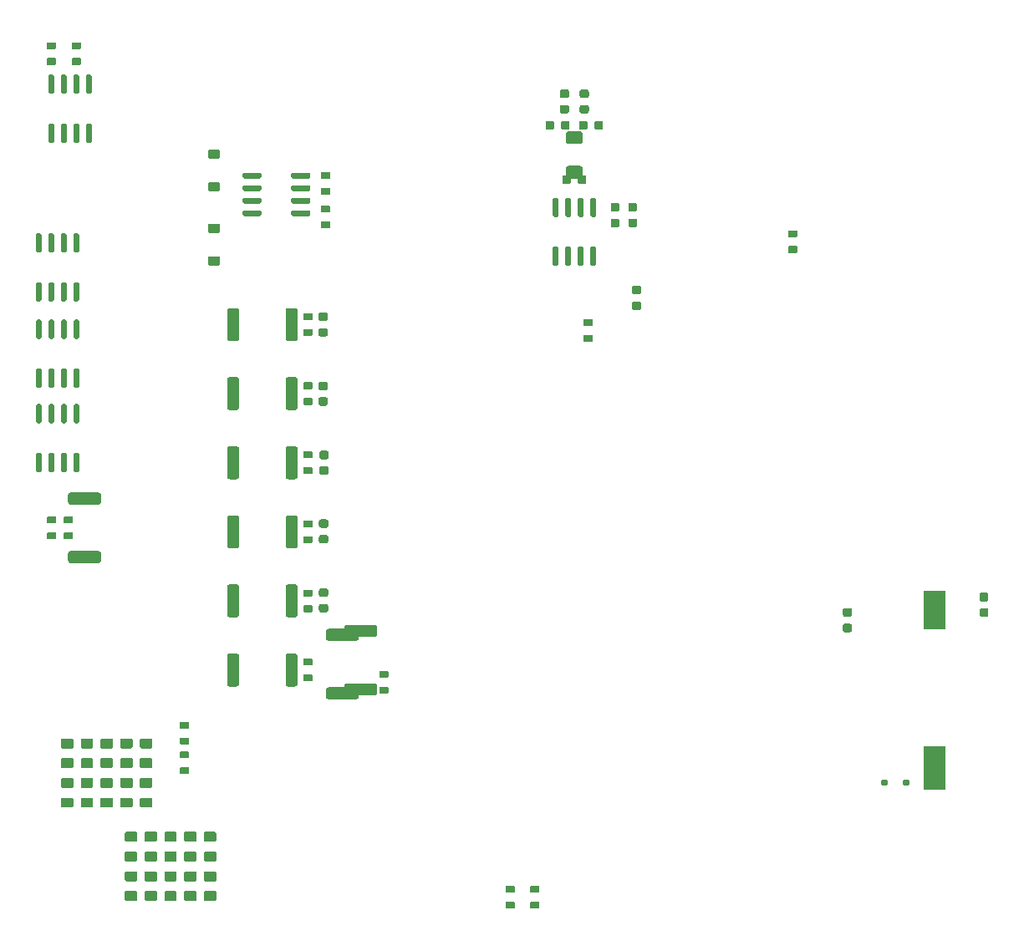
<source format=gbp>
G04 #@! TF.GenerationSoftware,KiCad,Pcbnew,8.0.9-8.0.9-0~ubuntu24.04.1*
G04 #@! TF.CreationDate,2025-12-27T20:23:21+00:00*
G04 #@! TF.ProjectId,uaefi,75616566-692e-46b6-9963-61645f706362,E*
G04 #@! TF.SameCoordinates,Original*
G04 #@! TF.FileFunction,Paste,Bot*
G04 #@! TF.FilePolarity,Positive*
%FSLAX46Y46*%
G04 Gerber Fmt 4.6, Leading zero omitted, Abs format (unit mm)*
G04 Created by KiCad (PCBNEW 8.0.9-8.0.9-0~ubuntu24.04.1) date 2025-12-27 20:23:21*
%MOMM*%
%LPD*%
G01*
G04 APERTURE LIST*
%ADD10R,2.299995X4.399991*%
%ADD11R,2.299995X3.999992*%
G04 APERTURE END LIST*
G04 #@! TO.C,D8*
G36*
G01*
X54900000Y81982023D02*
X56100000Y81982023D01*
G75*
G02*
X56350000Y81732023I0J-250000D01*
G01*
X56350000Y80932023D01*
G75*
G02*
X56100000Y80682023I-250000J0D01*
G01*
X54900000Y80682023D01*
G75*
G02*
X54650000Y80932023I0J250000D01*
G01*
X54650000Y81732023D01*
G75*
G02*
X54900000Y81982023I250000J0D01*
G01*
G37*
G36*
G01*
X54900000Y78482023D02*
X56100000Y78482023D01*
G75*
G02*
X56350000Y78232023I0J-250000D01*
G01*
X56350000Y77432023D01*
G75*
G02*
X56100000Y77182023I-250000J0D01*
G01*
X54900000Y77182023D01*
G75*
G02*
X54650000Y77432023I0J250000D01*
G01*
X54650000Y78232023D01*
G75*
G02*
X54900000Y78482023I250000J0D01*
G01*
G37*
G04 #@! TD*
G04 #@! TO.C,C10*
G36*
G01*
X12650000Y13460000D02*
X11600000Y13460000D01*
G75*
G02*
X11500000Y13560000I0J100000D01*
G01*
X11500000Y14360000D01*
G75*
G02*
X11600000Y14460000I100000J0D01*
G01*
X12650000Y14460000D01*
G75*
G02*
X12750000Y14360000I0J-100000D01*
G01*
X12750000Y13560000D01*
G75*
G02*
X12650000Y13460000I-100000J0D01*
G01*
G37*
G36*
G01*
X12650000Y15460000D02*
X11600000Y15460000D01*
G75*
G02*
X11500000Y15560000I0J100000D01*
G01*
X11500000Y16360000D01*
G75*
G02*
X11600000Y16460000I100000J0D01*
G01*
X12650000Y16460000D01*
G75*
G02*
X12750000Y16360000I0J-100000D01*
G01*
X12750000Y15560000D01*
G75*
G02*
X12650000Y15460000I-100000J0D01*
G01*
G37*
G04 #@! TD*
G04 #@! TO.C,C27*
G36*
G01*
X61460000Y66315001D02*
X62140000Y66315001D01*
G75*
G02*
X62225000Y66230001I0J-85000D01*
G01*
X62225000Y65550001D01*
G75*
G02*
X62140000Y65465001I-85000J0D01*
G01*
X61460000Y65465001D01*
G75*
G02*
X61375000Y65550001I0J85000D01*
G01*
X61375000Y66230001D01*
G75*
G02*
X61460000Y66315001I85000J0D01*
G01*
G37*
G36*
G01*
X61460000Y64734999D02*
X62140000Y64734999D01*
G75*
G02*
X62225000Y64649999I0J-85000D01*
G01*
X62225000Y63969999D01*
G75*
G02*
X62140000Y63884999I-85000J0D01*
G01*
X61460000Y63884999D01*
G75*
G02*
X61375000Y63969999I0J85000D01*
G01*
X61375000Y64649999D01*
G75*
G02*
X61460000Y64734999I85000J0D01*
G01*
G37*
G04 #@! TD*
G04 #@! TO.C,D4*
G36*
G01*
X19510000Y75900000D02*
X18490000Y75900000D01*
G75*
G02*
X18400000Y75990000I0J90000D01*
G01*
X18400000Y76710000D01*
G75*
G02*
X18490000Y76800000I90000J0D01*
G01*
X19510000Y76800000D01*
G75*
G02*
X19600000Y76710000I0J-90000D01*
G01*
X19600000Y75990000D01*
G75*
G02*
X19510000Y75900000I-90000J0D01*
G01*
G37*
G36*
G01*
X19510000Y79200000D02*
X18490000Y79200000D01*
G75*
G02*
X18400000Y79290000I0J90000D01*
G01*
X18400000Y80010000D01*
G75*
G02*
X18490000Y80100000I90000J0D01*
G01*
X19510000Y80100000D01*
G75*
G02*
X19600000Y80010000I0J-90000D01*
G01*
X19600000Y79290000D01*
G75*
G02*
X19510000Y79200000I-90000J0D01*
G01*
G37*
G04 #@! TD*
D10*
G04 #@! TO.C,BT1*
X92000000Y17500048D03*
D11*
X92000000Y33500067D03*
G04 #@! TD*
G04 #@! TO.C,U10*
G36*
G01*
X1095000Y62900000D02*
X1395000Y62900000D01*
G75*
G02*
X1545000Y62750000I0J-150000D01*
G01*
X1545000Y61100000D01*
G75*
G02*
X1395000Y60950000I-150000J0D01*
G01*
X1095000Y60950000D01*
G75*
G02*
X945000Y61100000I0J150000D01*
G01*
X945000Y62750000D01*
G75*
G02*
X1095000Y62900000I150000J0D01*
G01*
G37*
G36*
G01*
X2365000Y62900000D02*
X2665000Y62900000D01*
G75*
G02*
X2815000Y62750000I0J-150000D01*
G01*
X2815000Y61100000D01*
G75*
G02*
X2665000Y60950000I-150000J0D01*
G01*
X2365000Y60950000D01*
G75*
G02*
X2215000Y61100000I0J150000D01*
G01*
X2215000Y62750000D01*
G75*
G02*
X2365000Y62900000I150000J0D01*
G01*
G37*
G36*
G01*
X3635000Y62900000D02*
X3935000Y62900000D01*
G75*
G02*
X4085000Y62750000I0J-150000D01*
G01*
X4085000Y61100000D01*
G75*
G02*
X3935000Y60950000I-150000J0D01*
G01*
X3635000Y60950000D01*
G75*
G02*
X3485000Y61100000I0J150000D01*
G01*
X3485000Y62750000D01*
G75*
G02*
X3635000Y62900000I150000J0D01*
G01*
G37*
G36*
G01*
X4905000Y62900000D02*
X5205000Y62900000D01*
G75*
G02*
X5355000Y62750000I0J-150000D01*
G01*
X5355000Y61100000D01*
G75*
G02*
X5205000Y60950000I-150000J0D01*
G01*
X4905000Y60950000D01*
G75*
G02*
X4755000Y61100000I0J150000D01*
G01*
X4755000Y62750000D01*
G75*
G02*
X4905000Y62900000I150000J0D01*
G01*
G37*
G36*
G01*
X4905000Y57950000D02*
X5205000Y57950000D01*
G75*
G02*
X5355000Y57800000I0J-150000D01*
G01*
X5355000Y56150000D01*
G75*
G02*
X5205000Y56000000I-150000J0D01*
G01*
X4905000Y56000000D01*
G75*
G02*
X4755000Y56150000I0J150000D01*
G01*
X4755000Y57800000D01*
G75*
G02*
X4905000Y57950000I150000J0D01*
G01*
G37*
G36*
G01*
X3635000Y57950000D02*
X3935000Y57950000D01*
G75*
G02*
X4085000Y57800000I0J-150000D01*
G01*
X4085000Y56150000D01*
G75*
G02*
X3935000Y56000000I-150000J0D01*
G01*
X3635000Y56000000D01*
G75*
G02*
X3485000Y56150000I0J150000D01*
G01*
X3485000Y57800000D01*
G75*
G02*
X3635000Y57950000I150000J0D01*
G01*
G37*
G36*
G01*
X2365000Y57950000D02*
X2665000Y57950000D01*
G75*
G02*
X2815000Y57800000I0J-150000D01*
G01*
X2815000Y56150000D01*
G75*
G02*
X2665000Y56000000I-150000J0D01*
G01*
X2365000Y56000000D01*
G75*
G02*
X2215000Y56150000I0J150000D01*
G01*
X2215000Y57800000D01*
G75*
G02*
X2365000Y57950000I150000J0D01*
G01*
G37*
G36*
G01*
X1095000Y57950000D02*
X1395000Y57950000D01*
G75*
G02*
X1545000Y57800000I0J-150000D01*
G01*
X1545000Y56150000D01*
G75*
G02*
X1395000Y56000000I-150000J0D01*
G01*
X1095000Y56000000D01*
G75*
G02*
X945000Y56150000I0J150000D01*
G01*
X945000Y57800000D01*
G75*
G02*
X1095000Y57950000I150000J0D01*
G01*
G37*
G04 #@! TD*
G04 #@! TO.C,R31*
G36*
G01*
X2940000Y40650000D02*
X2160000Y40650000D01*
G75*
G02*
X2090000Y40720000I0J70000D01*
G01*
X2090000Y41280000D01*
G75*
G02*
X2160000Y41350000I70000J0D01*
G01*
X2940000Y41350000D01*
G75*
G02*
X3010000Y41280000I0J-70000D01*
G01*
X3010000Y40720000D01*
G75*
G02*
X2940000Y40650000I-70000J0D01*
G01*
G37*
G36*
G01*
X2940000Y42250000D02*
X2160000Y42250000D01*
G75*
G02*
X2090000Y42320000I0J70000D01*
G01*
X2090000Y42880000D01*
G75*
G02*
X2160000Y42950000I70000J0D01*
G01*
X2940000Y42950000D01*
G75*
G02*
X3010000Y42880000I0J-70000D01*
G01*
X3010000Y42320000D01*
G75*
G02*
X2940000Y42250000I-70000J0D01*
G01*
G37*
G04 #@! TD*
G04 #@! TO.C,C30*
G36*
G01*
X58405002Y82940000D02*
X58405002Y82260000D01*
G75*
G02*
X58320002Y82175000I-85000J0D01*
G01*
X57640002Y82175000D01*
G75*
G02*
X57555002Y82260000I0J85000D01*
G01*
X57555002Y82940000D01*
G75*
G02*
X57640002Y83025000I85000J0D01*
G01*
X58320002Y83025000D01*
G75*
G02*
X58405002Y82940000I0J-85000D01*
G01*
G37*
G36*
G01*
X56825000Y82940000D02*
X56825000Y82260000D01*
G75*
G02*
X56740000Y82175000I-85000J0D01*
G01*
X56060000Y82175000D01*
G75*
G02*
X55975000Y82260000I0J85000D01*
G01*
X55975000Y82940000D01*
G75*
G02*
X56060000Y83025000I85000J0D01*
G01*
X56740000Y83025000D01*
G75*
G02*
X56825000Y82940000I0J-85000D01*
G01*
G37*
G04 #@! TD*
G04 #@! TO.C,C7*
G36*
G01*
X6650000Y13460000D02*
X5600000Y13460000D01*
G75*
G02*
X5500000Y13560000I0J100000D01*
G01*
X5500000Y14360000D01*
G75*
G02*
X5600000Y14460000I100000J0D01*
G01*
X6650000Y14460000D01*
G75*
G02*
X6750000Y14360000I0J-100000D01*
G01*
X6750000Y13560000D01*
G75*
G02*
X6650000Y13460000I-100000J0D01*
G01*
G37*
G36*
G01*
X6650000Y15460000D02*
X5600000Y15460000D01*
G75*
G02*
X5500000Y15560000I0J100000D01*
G01*
X5500000Y16360000D01*
G75*
G02*
X5600000Y16460000I100000J0D01*
G01*
X6650000Y16460000D01*
G75*
G02*
X6750000Y16360000I0J-100000D01*
G01*
X6750000Y15560000D01*
G75*
G02*
X6650000Y15460000I-100000J0D01*
G01*
G37*
G04 #@! TD*
G04 #@! TO.C,C33*
G36*
G01*
X96660000Y35215001D02*
X97340000Y35215001D01*
G75*
G02*
X97425000Y35130001I0J-85000D01*
G01*
X97425000Y34450001D01*
G75*
G02*
X97340000Y34365001I-85000J0D01*
G01*
X96660000Y34365001D01*
G75*
G02*
X96575000Y34450001I0J85000D01*
G01*
X96575000Y35130001D01*
G75*
G02*
X96660000Y35215001I85000J0D01*
G01*
G37*
G36*
G01*
X96660000Y33634999D02*
X97340000Y33634999D01*
G75*
G02*
X97425000Y33549999I0J-85000D01*
G01*
X97425000Y32869999D01*
G75*
G02*
X97340000Y32784999I-85000J0D01*
G01*
X96660000Y32784999D01*
G75*
G02*
X96575000Y32869999I0J85000D01*
G01*
X96575000Y33549999D01*
G75*
G02*
X96660000Y33634999I85000J0D01*
G01*
G37*
G04 #@! TD*
G04 #@! TO.C,C29*
G36*
G01*
X54284999Y76742023D02*
X54284999Y77422023D01*
G75*
G02*
X54369999Y77507023I85000J0D01*
G01*
X55049999Y77507023D01*
G75*
G02*
X55134999Y77422023I0J-85000D01*
G01*
X55134999Y76742023D01*
G75*
G02*
X55049999Y76657023I-85000J0D01*
G01*
X54369999Y76657023D01*
G75*
G02*
X54284999Y76742023I0J85000D01*
G01*
G37*
G36*
G01*
X55865001Y76742023D02*
X55865001Y77422023D01*
G75*
G02*
X55950001Y77507023I85000J0D01*
G01*
X56630001Y77507023D01*
G75*
G02*
X56715001Y77422023I0J-85000D01*
G01*
X56715001Y76742023D01*
G75*
G02*
X56630001Y76657023I-85000J0D01*
G01*
X55950001Y76657023D01*
G75*
G02*
X55865001Y76742023I0J85000D01*
G01*
G37*
G04 #@! TD*
G04 #@! TO.C,R34*
G36*
G01*
X7325000Y38225000D02*
X4475000Y38225000D01*
G75*
G02*
X4225000Y38475000I0J250000D01*
G01*
X4225000Y39200000D01*
G75*
G02*
X4475000Y39450000I250000J0D01*
G01*
X7325000Y39450000D01*
G75*
G02*
X7575000Y39200000I0J-250000D01*
G01*
X7575000Y38475000D01*
G75*
G02*
X7325000Y38225000I-250000J0D01*
G01*
G37*
G36*
G01*
X7325000Y44150000D02*
X4475000Y44150000D01*
G75*
G02*
X4225000Y44400000I0J250000D01*
G01*
X4225000Y45125000D01*
G75*
G02*
X4475000Y45375000I250000J0D01*
G01*
X7325000Y45375000D01*
G75*
G02*
X7575000Y45125000I0J-250000D01*
G01*
X7575000Y44400000D01*
G75*
G02*
X7325000Y44150000I-250000J0D01*
G01*
G37*
G04 #@! TD*
G04 #@! TO.C,C17*
G36*
G01*
X16075000Y11000000D02*
X17125000Y11000000D01*
G75*
G02*
X17225000Y10900000I0J-100000D01*
G01*
X17225000Y10100000D01*
G75*
G02*
X17125000Y10000000I-100000J0D01*
G01*
X16075000Y10000000D01*
G75*
G02*
X15975000Y10100000I0J100000D01*
G01*
X15975000Y10900000D01*
G75*
G02*
X16075000Y11000000I100000J0D01*
G01*
G37*
G36*
G01*
X16075000Y9000000D02*
X17125000Y9000000D01*
G75*
G02*
X17225000Y8900000I0J-100000D01*
G01*
X17225000Y8100000D01*
G75*
G02*
X17125000Y8000000I-100000J0D01*
G01*
X16075000Y8000000D01*
G75*
G02*
X15975000Y8100000I0J100000D01*
G01*
X15975000Y8900000D01*
G75*
G02*
X16075000Y9000000I100000J0D01*
G01*
G37*
G04 #@! TD*
G04 #@! TO.C,R20*
G36*
G01*
X27475000Y63825000D02*
X27475000Y60975000D01*
G75*
G02*
X27225000Y60725000I-250000J0D01*
G01*
X26500000Y60725000D01*
G75*
G02*
X26250000Y60975000I0J250000D01*
G01*
X26250000Y63825000D01*
G75*
G02*
X26500000Y64075000I250000J0D01*
G01*
X27225000Y64075000D01*
G75*
G02*
X27475000Y63825000I0J-250000D01*
G01*
G37*
G36*
G01*
X21550000Y63825000D02*
X21550000Y60975000D01*
G75*
G02*
X21300000Y60725000I-250000J0D01*
G01*
X20575000Y60725000D01*
G75*
G02*
X20325000Y60975000I0J250000D01*
G01*
X20325000Y63825000D01*
G75*
G02*
X20575000Y64075000I250000J0D01*
G01*
X21300000Y64075000D01*
G75*
G02*
X21550000Y63825000I0J-250000D01*
G01*
G37*
G04 #@! TD*
G04 #@! TO.C,C3*
G36*
G01*
X7600000Y20460000D02*
X8650000Y20460000D01*
G75*
G02*
X8750000Y20360000I0J-100000D01*
G01*
X8750000Y19560000D01*
G75*
G02*
X8650000Y19460000I-100000J0D01*
G01*
X7600000Y19460000D01*
G75*
G02*
X7500000Y19560000I0J100000D01*
G01*
X7500000Y20360000D01*
G75*
G02*
X7600000Y20460000I100000J0D01*
G01*
G37*
G36*
G01*
X7600000Y18460000D02*
X8650000Y18460000D01*
G75*
G02*
X8750000Y18360000I0J-100000D01*
G01*
X8750000Y17560000D01*
G75*
G02*
X8650000Y17460000I-100000J0D01*
G01*
X7600000Y17460000D01*
G75*
G02*
X7500000Y17560000I0J100000D01*
G01*
X7500000Y18360000D01*
G75*
G02*
X7600000Y18460000I100000J0D01*
G01*
G37*
G04 #@! TD*
G04 #@! TO.C,C23*
G36*
G01*
X19125000Y4000000D02*
X18075000Y4000000D01*
G75*
G02*
X17975000Y4100000I0J100000D01*
G01*
X17975000Y4900000D01*
G75*
G02*
X18075000Y5000000I100000J0D01*
G01*
X19125000Y5000000D01*
G75*
G02*
X19225000Y4900000I0J-100000D01*
G01*
X19225000Y4100000D01*
G75*
G02*
X19125000Y4000000I-100000J0D01*
G01*
G37*
G36*
G01*
X19125000Y6000000D02*
X18075000Y6000000D01*
G75*
G02*
X17975000Y6100000I0J100000D01*
G01*
X17975000Y6900000D01*
G75*
G02*
X18075000Y7000000I100000J0D01*
G01*
X19125000Y7000000D01*
G75*
G02*
X19225000Y6900000I0J-100000D01*
G01*
X19225000Y6100000D01*
G75*
G02*
X19125000Y6000000I-100000J0D01*
G01*
G37*
G04 #@! TD*
G04 #@! TO.C,U4*
G36*
G01*
X53445000Y75250000D02*
X53745000Y75250000D01*
G75*
G02*
X53895000Y75100000I0J-150000D01*
G01*
X53895000Y73450000D01*
G75*
G02*
X53745000Y73300000I-150000J0D01*
G01*
X53445000Y73300000D01*
G75*
G02*
X53295000Y73450000I0J150000D01*
G01*
X53295000Y75100000D01*
G75*
G02*
X53445000Y75250000I150000J0D01*
G01*
G37*
G36*
G01*
X54715000Y75250000D02*
X55015000Y75250000D01*
G75*
G02*
X55165000Y75100000I0J-150000D01*
G01*
X55165000Y73450000D01*
G75*
G02*
X55015000Y73300000I-150000J0D01*
G01*
X54715000Y73300000D01*
G75*
G02*
X54565000Y73450000I0J150000D01*
G01*
X54565000Y75100000D01*
G75*
G02*
X54715000Y75250000I150000J0D01*
G01*
G37*
G36*
G01*
X55985000Y75250000D02*
X56285000Y75250000D01*
G75*
G02*
X56435000Y75100000I0J-150000D01*
G01*
X56435000Y73450000D01*
G75*
G02*
X56285000Y73300000I-150000J0D01*
G01*
X55985000Y73300000D01*
G75*
G02*
X55835000Y73450000I0J150000D01*
G01*
X55835000Y75100000D01*
G75*
G02*
X55985000Y75250000I150000J0D01*
G01*
G37*
G36*
G01*
X57255000Y75250000D02*
X57555000Y75250000D01*
G75*
G02*
X57705000Y75100000I0J-150000D01*
G01*
X57705000Y73450000D01*
G75*
G02*
X57555000Y73300000I-150000J0D01*
G01*
X57255000Y73300000D01*
G75*
G02*
X57105000Y73450000I0J150000D01*
G01*
X57105000Y75100000D01*
G75*
G02*
X57255000Y75250000I150000J0D01*
G01*
G37*
G36*
G01*
X57255000Y70300000D02*
X57555000Y70300000D01*
G75*
G02*
X57705000Y70150000I0J-150000D01*
G01*
X57705000Y68500000D01*
G75*
G02*
X57555000Y68350000I-150000J0D01*
G01*
X57255000Y68350000D01*
G75*
G02*
X57105000Y68500000I0J150000D01*
G01*
X57105000Y70150000D01*
G75*
G02*
X57255000Y70300000I150000J0D01*
G01*
G37*
G36*
G01*
X55985000Y70300000D02*
X56285000Y70300000D01*
G75*
G02*
X56435000Y70150000I0J-150000D01*
G01*
X56435000Y68500000D01*
G75*
G02*
X56285000Y68350000I-150000J0D01*
G01*
X55985000Y68350000D01*
G75*
G02*
X55835000Y68500000I0J150000D01*
G01*
X55835000Y70150000D01*
G75*
G02*
X55985000Y70300000I150000J0D01*
G01*
G37*
G36*
G01*
X54715000Y70300000D02*
X55015000Y70300000D01*
G75*
G02*
X55165000Y70150000I0J-150000D01*
G01*
X55165000Y68500000D01*
G75*
G02*
X55015000Y68350000I-150000J0D01*
G01*
X54715000Y68350000D01*
G75*
G02*
X54565000Y68500000I0J150000D01*
G01*
X54565000Y70150000D01*
G75*
G02*
X54715000Y70300000I150000J0D01*
G01*
G37*
G36*
G01*
X53445000Y70300000D02*
X53745000Y70300000D01*
G75*
G02*
X53895000Y70150000I0J-150000D01*
G01*
X53895000Y68500000D01*
G75*
G02*
X53745000Y68350000I-150000J0D01*
G01*
X53445000Y68350000D01*
G75*
G02*
X53295000Y68500000I0J150000D01*
G01*
X53295000Y70150000D01*
G75*
G02*
X53445000Y70300000I150000J0D01*
G01*
G37*
G04 #@! TD*
G04 #@! TO.C,C1*
G36*
G01*
X3600000Y20460000D02*
X4650000Y20460000D01*
G75*
G02*
X4750000Y20360000I0J-100000D01*
G01*
X4750000Y19560000D01*
G75*
G02*
X4650000Y19460000I-100000J0D01*
G01*
X3600000Y19460000D01*
G75*
G02*
X3500000Y19560000I0J100000D01*
G01*
X3500000Y20360000D01*
G75*
G02*
X3600000Y20460000I100000J0D01*
G01*
G37*
G36*
G01*
X3600000Y18460000D02*
X4650000Y18460000D01*
G75*
G02*
X4750000Y18360000I0J-100000D01*
G01*
X4750000Y17560000D01*
G75*
G02*
X4650000Y17460000I-100000J0D01*
G01*
X3600000Y17460000D01*
G75*
G02*
X3500000Y17560000I0J100000D01*
G01*
X3500000Y18360000D01*
G75*
G02*
X3600000Y18460000I100000J0D01*
G01*
G37*
G04 #@! TD*
G04 #@! TO.C,R26*
G36*
G01*
X27475000Y42825000D02*
X27475000Y39975000D01*
G75*
G02*
X27225000Y39725000I-250000J0D01*
G01*
X26500000Y39725000D01*
G75*
G02*
X26250000Y39975000I0J250000D01*
G01*
X26250000Y42825000D01*
G75*
G02*
X26500000Y43075000I250000J0D01*
G01*
X27225000Y43075000D01*
G75*
G02*
X27475000Y42825000I0J-250000D01*
G01*
G37*
G36*
G01*
X21550000Y42825000D02*
X21550000Y39975000D01*
G75*
G02*
X21300000Y39725000I-250000J0D01*
G01*
X20575000Y39725000D01*
G75*
G02*
X20325000Y39975000I0J250000D01*
G01*
X20325000Y42825000D01*
G75*
G02*
X20575000Y43075000I250000J0D01*
G01*
X21300000Y43075000D01*
G75*
G02*
X21550000Y42825000I0J-250000D01*
G01*
G37*
G04 #@! TD*
G04 #@! TO.C,U11*
G36*
G01*
X1095000Y54350000D02*
X1395000Y54350000D01*
G75*
G02*
X1545000Y54200000I0J-150000D01*
G01*
X1545000Y52550000D01*
G75*
G02*
X1395000Y52400000I-150000J0D01*
G01*
X1095000Y52400000D01*
G75*
G02*
X945000Y52550000I0J150000D01*
G01*
X945000Y54200000D01*
G75*
G02*
X1095000Y54350000I150000J0D01*
G01*
G37*
G36*
G01*
X2365000Y54350000D02*
X2665000Y54350000D01*
G75*
G02*
X2815000Y54200000I0J-150000D01*
G01*
X2815000Y52550000D01*
G75*
G02*
X2665000Y52400000I-150000J0D01*
G01*
X2365000Y52400000D01*
G75*
G02*
X2215000Y52550000I0J150000D01*
G01*
X2215000Y54200000D01*
G75*
G02*
X2365000Y54350000I150000J0D01*
G01*
G37*
G36*
G01*
X3635000Y54350000D02*
X3935000Y54350000D01*
G75*
G02*
X4085000Y54200000I0J-150000D01*
G01*
X4085000Y52550000D01*
G75*
G02*
X3935000Y52400000I-150000J0D01*
G01*
X3635000Y52400000D01*
G75*
G02*
X3485000Y52550000I0J150000D01*
G01*
X3485000Y54200000D01*
G75*
G02*
X3635000Y54350000I150000J0D01*
G01*
G37*
G36*
G01*
X4905000Y54350000D02*
X5205000Y54350000D01*
G75*
G02*
X5355000Y54200000I0J-150000D01*
G01*
X5355000Y52550000D01*
G75*
G02*
X5205000Y52400000I-150000J0D01*
G01*
X4905000Y52400000D01*
G75*
G02*
X4755000Y52550000I0J150000D01*
G01*
X4755000Y54200000D01*
G75*
G02*
X4905000Y54350000I150000J0D01*
G01*
G37*
G36*
G01*
X4905000Y49400000D02*
X5205000Y49400000D01*
G75*
G02*
X5355000Y49250000I0J-150000D01*
G01*
X5355000Y47600000D01*
G75*
G02*
X5205000Y47450000I-150000J0D01*
G01*
X4905000Y47450000D01*
G75*
G02*
X4755000Y47600000I0J150000D01*
G01*
X4755000Y49250000D01*
G75*
G02*
X4905000Y49400000I150000J0D01*
G01*
G37*
G36*
G01*
X3635000Y49400000D02*
X3935000Y49400000D01*
G75*
G02*
X4085000Y49250000I0J-150000D01*
G01*
X4085000Y47600000D01*
G75*
G02*
X3935000Y47450000I-150000J0D01*
G01*
X3635000Y47450000D01*
G75*
G02*
X3485000Y47600000I0J150000D01*
G01*
X3485000Y49250000D01*
G75*
G02*
X3635000Y49400000I150000J0D01*
G01*
G37*
G36*
G01*
X2365000Y49400000D02*
X2665000Y49400000D01*
G75*
G02*
X2815000Y49250000I0J-150000D01*
G01*
X2815000Y47600000D01*
G75*
G02*
X2665000Y47450000I-150000J0D01*
G01*
X2365000Y47450000D01*
G75*
G02*
X2215000Y47600000I0J150000D01*
G01*
X2215000Y49250000D01*
G75*
G02*
X2365000Y49400000I150000J0D01*
G01*
G37*
G36*
G01*
X1095000Y49400000D02*
X1395000Y49400000D01*
G75*
G02*
X1545000Y49250000I0J-150000D01*
G01*
X1545000Y47600000D01*
G75*
G02*
X1395000Y47450000I-150000J0D01*
G01*
X1095000Y47450000D01*
G75*
G02*
X945000Y47600000I0J150000D01*
G01*
X945000Y49250000D01*
G75*
G02*
X1095000Y49400000I150000J0D01*
G01*
G37*
G04 #@! TD*
G04 #@! TO.C,C31*
G36*
G01*
X59940000Y72284999D02*
X59260000Y72284999D01*
G75*
G02*
X59175000Y72369999I0J85000D01*
G01*
X59175000Y73049999D01*
G75*
G02*
X59260000Y73134999I85000J0D01*
G01*
X59940000Y73134999D01*
G75*
G02*
X60025000Y73049999I0J-85000D01*
G01*
X60025000Y72369999D01*
G75*
G02*
X59940000Y72284999I-85000J0D01*
G01*
G37*
G36*
G01*
X59940000Y73865001D02*
X59260000Y73865001D01*
G75*
G02*
X59175000Y73950001I0J85000D01*
G01*
X59175000Y74630001D01*
G75*
G02*
X59260000Y74715001I85000J0D01*
G01*
X59940000Y74715001D01*
G75*
G02*
X60025000Y74630001I0J-85000D01*
G01*
X60025000Y73950001D01*
G75*
G02*
X59940000Y73865001I-85000J0D01*
G01*
G37*
G04 #@! TD*
G04 #@! TO.C,F9*
G36*
G01*
X29843750Y35675000D02*
X30356250Y35675000D01*
G75*
G02*
X30575000Y35456250I0J-218750D01*
G01*
X30575000Y35018750D01*
G75*
G02*
X30356250Y34800000I-218750J0D01*
G01*
X29843750Y34800000D01*
G75*
G02*
X29625000Y35018750I0J218750D01*
G01*
X29625000Y35456250D01*
G75*
G02*
X29843750Y35675000I218750J0D01*
G01*
G37*
G36*
G01*
X29843750Y34100000D02*
X30356250Y34100000D01*
G75*
G02*
X30575000Y33881250I0J-218750D01*
G01*
X30575000Y33443750D01*
G75*
G02*
X30356250Y33225000I-218750J0D01*
G01*
X29843750Y33225000D01*
G75*
G02*
X29625000Y33443750I0J218750D01*
G01*
X29625000Y33881250D01*
G75*
G02*
X29843750Y34100000I218750J0D01*
G01*
G37*
G04 #@! TD*
G04 #@! TO.C,C14*
G36*
G01*
X10075000Y11000000D02*
X11125000Y11000000D01*
G75*
G02*
X11225000Y10900000I0J-100000D01*
G01*
X11225000Y10100000D01*
G75*
G02*
X11125000Y10000000I-100000J0D01*
G01*
X10075000Y10000000D01*
G75*
G02*
X9975000Y10100000I0J100000D01*
G01*
X9975000Y10900000D01*
G75*
G02*
X10075000Y11000000I100000J0D01*
G01*
G37*
G36*
G01*
X10075000Y9000000D02*
X11125000Y9000000D01*
G75*
G02*
X11225000Y8900000I0J-100000D01*
G01*
X11225000Y8100000D01*
G75*
G02*
X11125000Y8000000I-100000J0D01*
G01*
X10075000Y8000000D01*
G75*
G02*
X9975000Y8100000I0J100000D01*
G01*
X9975000Y8900000D01*
G75*
G02*
X10075000Y9000000I100000J0D01*
G01*
G37*
G04 #@! TD*
G04 #@! TO.C,C19*
G36*
G01*
X11125000Y4000000D02*
X10075000Y4000000D01*
G75*
G02*
X9975000Y4100000I0J100000D01*
G01*
X9975000Y4900000D01*
G75*
G02*
X10075000Y5000000I100000J0D01*
G01*
X11125000Y5000000D01*
G75*
G02*
X11225000Y4900000I0J-100000D01*
G01*
X11225000Y4100000D01*
G75*
G02*
X11125000Y4000000I-100000J0D01*
G01*
G37*
G36*
G01*
X11125000Y6000000D02*
X10075000Y6000000D01*
G75*
G02*
X9975000Y6100000I0J100000D01*
G01*
X9975000Y6900000D01*
G75*
G02*
X10075000Y7000000I100000J0D01*
G01*
X11125000Y7000000D01*
G75*
G02*
X11225000Y6900000I0J-100000D01*
G01*
X11225000Y6100000D01*
G75*
G02*
X11125000Y6000000I-100000J0D01*
G01*
G37*
G04 #@! TD*
G04 #@! TO.C,F6*
G36*
G01*
X29793750Y63625000D02*
X30306250Y63625000D01*
G75*
G02*
X30525000Y63406250I0J-218750D01*
G01*
X30525000Y62968750D01*
G75*
G02*
X30306250Y62750000I-218750J0D01*
G01*
X29793750Y62750000D01*
G75*
G02*
X29575000Y62968750I0J218750D01*
G01*
X29575000Y63406250D01*
G75*
G02*
X29793750Y63625000I218750J0D01*
G01*
G37*
G36*
G01*
X29793750Y62050000D02*
X30306250Y62050000D01*
G75*
G02*
X30525000Y61831250I0J-218750D01*
G01*
X30525000Y61393750D01*
G75*
G02*
X30306250Y61175000I-218750J0D01*
G01*
X29793750Y61175000D01*
G75*
G02*
X29575000Y61393750I0J218750D01*
G01*
X29575000Y61831250D01*
G75*
G02*
X29793750Y62050000I218750J0D01*
G01*
G37*
G04 #@! TD*
G04 #@! TO.C,R27*
G36*
G01*
X27475000Y35825000D02*
X27475000Y32975000D01*
G75*
G02*
X27225000Y32725000I-250000J0D01*
G01*
X26500000Y32725000D01*
G75*
G02*
X26250000Y32975000I0J250000D01*
G01*
X26250000Y35825000D01*
G75*
G02*
X26500000Y36075000I250000J0D01*
G01*
X27225000Y36075000D01*
G75*
G02*
X27475000Y35825000I0J-250000D01*
G01*
G37*
G36*
G01*
X21550000Y35825000D02*
X21550000Y32975000D01*
G75*
G02*
X21300000Y32725000I-250000J0D01*
G01*
X20575000Y32725000D01*
G75*
G02*
X20325000Y32975000I0J250000D01*
G01*
X20325000Y35825000D01*
G75*
G02*
X20575000Y36075000I250000J0D01*
G01*
X21300000Y36075000D01*
G75*
G02*
X21550000Y35825000I0J-250000D01*
G01*
G37*
G04 #@! TD*
G04 #@! TO.C,R21*
G36*
G01*
X27475000Y56825000D02*
X27475000Y53975000D01*
G75*
G02*
X27225000Y53725000I-250000J0D01*
G01*
X26500000Y53725000D01*
G75*
G02*
X26250000Y53975000I0J250000D01*
G01*
X26250000Y56825000D01*
G75*
G02*
X26500000Y57075000I250000J0D01*
G01*
X27225000Y57075000D01*
G75*
G02*
X27475000Y56825000I0J-250000D01*
G01*
G37*
G36*
G01*
X21550000Y56825000D02*
X21550000Y53975000D01*
G75*
G02*
X21300000Y53725000I-250000J0D01*
G01*
X20575000Y53725000D01*
G75*
G02*
X20325000Y53975000I0J250000D01*
G01*
X20325000Y56825000D01*
G75*
G02*
X20575000Y57075000I250000J0D01*
G01*
X21300000Y57075000D01*
G75*
G02*
X21550000Y56825000I0J-250000D01*
G01*
G37*
G04 #@! TD*
G04 #@! TO.C,C4*
G36*
G01*
X9600000Y20460000D02*
X10650000Y20460000D01*
G75*
G02*
X10750000Y20360000I0J-100000D01*
G01*
X10750000Y19560000D01*
G75*
G02*
X10650000Y19460000I-100000J0D01*
G01*
X9600000Y19460000D01*
G75*
G02*
X9500000Y19560000I0J100000D01*
G01*
X9500000Y20360000D01*
G75*
G02*
X9600000Y20460000I100000J0D01*
G01*
G37*
G36*
G01*
X9600000Y18460000D02*
X10650000Y18460000D01*
G75*
G02*
X10750000Y18360000I0J-100000D01*
G01*
X10750000Y17560000D01*
G75*
G02*
X10650000Y17460000I-100000J0D01*
G01*
X9600000Y17460000D01*
G75*
G02*
X9500000Y17560000I0J100000D01*
G01*
X9500000Y18360000D01*
G75*
G02*
X9600000Y18460000I100000J0D01*
G01*
G37*
G04 #@! TD*
G04 #@! TO.C,F10*
G36*
G01*
X82893750Y33675000D02*
X83406250Y33675000D01*
G75*
G02*
X83625000Y33456250I0J-218750D01*
G01*
X83625000Y33018750D01*
G75*
G02*
X83406250Y32800000I-218750J0D01*
G01*
X82893750Y32800000D01*
G75*
G02*
X82675000Y33018750I0J218750D01*
G01*
X82675000Y33456250D01*
G75*
G02*
X82893750Y33675000I218750J0D01*
G01*
G37*
G36*
G01*
X82893750Y32100000D02*
X83406250Y32100000D01*
G75*
G02*
X83625000Y31881250I0J-218750D01*
G01*
X83625000Y31443750D01*
G75*
G02*
X83406250Y31225000I-218750J0D01*
G01*
X82893750Y31225000D01*
G75*
G02*
X82675000Y31443750I0J218750D01*
G01*
X82675000Y31881250D01*
G75*
G02*
X82893750Y32100000I218750J0D01*
G01*
G37*
G04 #@! TD*
G04 #@! TO.C,D2*
G36*
G01*
X19510000Y68400000D02*
X18490000Y68400000D01*
G75*
G02*
X18400000Y68490000I0J90000D01*
G01*
X18400000Y69210000D01*
G75*
G02*
X18490000Y69300000I90000J0D01*
G01*
X19510000Y69300000D01*
G75*
G02*
X19600000Y69210000I0J-90000D01*
G01*
X19600000Y68490000D01*
G75*
G02*
X19510000Y68400000I-90000J0D01*
G01*
G37*
G36*
G01*
X19510000Y71700000D02*
X18490000Y71700000D01*
G75*
G02*
X18400000Y71790000I0J90000D01*
G01*
X18400000Y72510000D01*
G75*
G02*
X18490000Y72600000I90000J0D01*
G01*
X19510000Y72600000D01*
G75*
G02*
X19600000Y72510000I0J-90000D01*
G01*
X19600000Y71790000D01*
G75*
G02*
X19510000Y71700000I-90000J0D01*
G01*
G37*
G04 #@! TD*
G04 #@! TO.C,D1*
G36*
G01*
X87140000Y15700000D02*
X86660000Y15700000D01*
G75*
G02*
X86600000Y15760000I0J60000D01*
G01*
X86600000Y16240000D01*
G75*
G02*
X86660000Y16300000I60000J0D01*
G01*
X87140000Y16300000D01*
G75*
G02*
X87200000Y16240000I0J-60000D01*
G01*
X87200000Y15760000D01*
G75*
G02*
X87140000Y15700000I-60000J0D01*
G01*
G37*
G36*
G01*
X89340000Y15700000D02*
X88860000Y15700000D01*
G75*
G02*
X88800000Y15760000I0J60000D01*
G01*
X88800000Y16240000D01*
G75*
G02*
X88860000Y16300000I60000J0D01*
G01*
X89340000Y16300000D01*
G75*
G02*
X89400000Y16240000I0J-60000D01*
G01*
X89400000Y15760000D01*
G75*
G02*
X89340000Y15700000I-60000J0D01*
G01*
G37*
G04 #@! TD*
G04 #@! TO.C,R19*
G36*
G01*
X28902500Y47250000D02*
X28122500Y47250000D01*
G75*
G02*
X28052500Y47320000I0J70000D01*
G01*
X28052500Y47880000D01*
G75*
G02*
X28122500Y47950000I70000J0D01*
G01*
X28902500Y47950000D01*
G75*
G02*
X28972500Y47880000I0J-70000D01*
G01*
X28972500Y47320000D01*
G75*
G02*
X28902500Y47250000I-70000J0D01*
G01*
G37*
G36*
G01*
X28902500Y48850000D02*
X28122500Y48850000D01*
G75*
G02*
X28052500Y48920000I0J70000D01*
G01*
X28052500Y49480000D01*
G75*
G02*
X28122500Y49550000I70000J0D01*
G01*
X28902500Y49550000D01*
G75*
G02*
X28972500Y49480000I0J-70000D01*
G01*
X28972500Y48920000D01*
G75*
G02*
X28902500Y48850000I-70000J0D01*
G01*
G37*
G04 #@! TD*
G04 #@! TO.C,R33*
G36*
G01*
X30575000Y31575000D02*
X33425000Y31575000D01*
G75*
G02*
X33675000Y31325000I0J-250000D01*
G01*
X33675000Y30600000D01*
G75*
G02*
X33425000Y30350000I-250000J0D01*
G01*
X30575000Y30350000D01*
G75*
G02*
X30325000Y30600000I0J250000D01*
G01*
X30325000Y31325000D01*
G75*
G02*
X30575000Y31575000I250000J0D01*
G01*
G37*
G36*
G01*
X30575000Y25650000D02*
X33425000Y25650000D01*
G75*
G02*
X33675000Y25400000I0J-250000D01*
G01*
X33675000Y24675000D01*
G75*
G02*
X33425000Y24425000I-250000J0D01*
G01*
X30575000Y24425000D01*
G75*
G02*
X30325000Y24675000I0J250000D01*
G01*
X30325000Y25400000D01*
G75*
G02*
X30575000Y25650000I250000J0D01*
G01*
G37*
G04 #@! TD*
G04 #@! TO.C,C21*
G36*
G01*
X15125000Y4000000D02*
X14075000Y4000000D01*
G75*
G02*
X13975000Y4100000I0J100000D01*
G01*
X13975000Y4900000D01*
G75*
G02*
X14075000Y5000000I100000J0D01*
G01*
X15125000Y5000000D01*
G75*
G02*
X15225000Y4900000I0J-100000D01*
G01*
X15225000Y4100000D01*
G75*
G02*
X15125000Y4000000I-100000J0D01*
G01*
G37*
G36*
G01*
X15125000Y6000000D02*
X14075000Y6000000D01*
G75*
G02*
X13975000Y6100000I0J100000D01*
G01*
X13975000Y6900000D01*
G75*
G02*
X14075000Y7000000I100000J0D01*
G01*
X15125000Y7000000D01*
G75*
G02*
X15225000Y6900000I0J-100000D01*
G01*
X15225000Y6100000D01*
G75*
G02*
X15125000Y6000000I-100000J0D01*
G01*
G37*
G04 #@! TD*
G04 #@! TO.C,F8*
G36*
G01*
X29843750Y42675000D02*
X30356250Y42675000D01*
G75*
G02*
X30575000Y42456250I0J-218750D01*
G01*
X30575000Y42018750D01*
G75*
G02*
X30356250Y41800000I-218750J0D01*
G01*
X29843750Y41800000D01*
G75*
G02*
X29625000Y42018750I0J218750D01*
G01*
X29625000Y42456250D01*
G75*
G02*
X29843750Y42675000I218750J0D01*
G01*
G37*
G36*
G01*
X29843750Y41100000D02*
X30356250Y41100000D01*
G75*
G02*
X30575000Y40881250I0J-218750D01*
G01*
X30575000Y40443750D01*
G75*
G02*
X30356250Y40225000I-218750J0D01*
G01*
X29843750Y40225000D01*
G75*
G02*
X29625000Y40443750I0J218750D01*
G01*
X29625000Y40881250D01*
G75*
G02*
X29843750Y41100000I218750J0D01*
G01*
G37*
G04 #@! TD*
G04 #@! TO.C,R23*
G36*
G01*
X28902500Y40250000D02*
X28122500Y40250000D01*
G75*
G02*
X28052500Y40320000I0J70000D01*
G01*
X28052500Y40880000D01*
G75*
G02*
X28122500Y40950000I70000J0D01*
G01*
X28902500Y40950000D01*
G75*
G02*
X28972500Y40880000I0J-70000D01*
G01*
X28972500Y40320000D01*
G75*
G02*
X28902500Y40250000I-70000J0D01*
G01*
G37*
G36*
G01*
X28902500Y41850000D02*
X28122500Y41850000D01*
G75*
G02*
X28052500Y41920000I0J70000D01*
G01*
X28052500Y42480000D01*
G75*
G02*
X28122500Y42550000I70000J0D01*
G01*
X28902500Y42550000D01*
G75*
G02*
X28972500Y42480000I0J-70000D01*
G01*
X28972500Y41920000D01*
G75*
G02*
X28902500Y41850000I-70000J0D01*
G01*
G37*
G04 #@! TD*
G04 #@! TO.C,R7*
G36*
G01*
X49390000Y3228318D02*
X48610000Y3228318D01*
G75*
G02*
X48540000Y3298318I0J70000D01*
G01*
X48540000Y3858318D01*
G75*
G02*
X48610000Y3928318I70000J0D01*
G01*
X49390000Y3928318D01*
G75*
G02*
X49460000Y3858318I0J-70000D01*
G01*
X49460000Y3298318D01*
G75*
G02*
X49390000Y3228318I-70000J0D01*
G01*
G37*
G36*
G01*
X49390000Y4828318D02*
X48610000Y4828318D01*
G75*
G02*
X48540000Y4898318I0J70000D01*
G01*
X48540000Y5458318D01*
G75*
G02*
X48610000Y5528318I70000J0D01*
G01*
X49390000Y5528318D01*
G75*
G02*
X49460000Y5458318I0J-70000D01*
G01*
X49460000Y4898318D01*
G75*
G02*
X49390000Y4828318I-70000J0D01*
G01*
G37*
G04 #@! TD*
G04 #@! TO.C,R24*
G36*
G01*
X28902500Y33250000D02*
X28122500Y33250000D01*
G75*
G02*
X28052500Y33320000I0J70000D01*
G01*
X28052500Y33880000D01*
G75*
G02*
X28122500Y33950000I70000J0D01*
G01*
X28902500Y33950000D01*
G75*
G02*
X28972500Y33880000I0J-70000D01*
G01*
X28972500Y33320000D01*
G75*
G02*
X28902500Y33250000I-70000J0D01*
G01*
G37*
G36*
G01*
X28902500Y34850000D02*
X28122500Y34850000D01*
G75*
G02*
X28052500Y34920000I0J70000D01*
G01*
X28052500Y35480000D01*
G75*
G02*
X28122500Y35550000I70000J0D01*
G01*
X28902500Y35550000D01*
G75*
G02*
X28972500Y35480000I0J-70000D01*
G01*
X28972500Y34920000D01*
G75*
G02*
X28902500Y34850000I-70000J0D01*
G01*
G37*
G04 #@! TD*
G04 #@! TO.C,F7*
G36*
G01*
X29893750Y49625000D02*
X30406250Y49625000D01*
G75*
G02*
X30625000Y49406250I0J-218750D01*
G01*
X30625000Y48968750D01*
G75*
G02*
X30406250Y48750000I-218750J0D01*
G01*
X29893750Y48750000D01*
G75*
G02*
X29675000Y48968750I0J218750D01*
G01*
X29675000Y49406250D01*
G75*
G02*
X29893750Y49625000I218750J0D01*
G01*
G37*
G36*
G01*
X29893750Y48050000D02*
X30406250Y48050000D01*
G75*
G02*
X30625000Y47831250I0J-218750D01*
G01*
X30625000Y47393750D01*
G75*
G02*
X30406250Y47175000I-218750J0D01*
G01*
X29893750Y47175000D01*
G75*
G02*
X29675000Y47393750I0J218750D01*
G01*
X29675000Y47831250D01*
G75*
G02*
X29893750Y48050000I218750J0D01*
G01*
G37*
G04 #@! TD*
G04 #@! TO.C,C32*
G36*
G01*
X61740000Y72284999D02*
X61060000Y72284999D01*
G75*
G02*
X60975000Y72369999I0J85000D01*
G01*
X60975000Y73049999D01*
G75*
G02*
X61060000Y73134999I85000J0D01*
G01*
X61740000Y73134999D01*
G75*
G02*
X61825000Y73049999I0J-85000D01*
G01*
X61825000Y72369999D01*
G75*
G02*
X61740000Y72284999I-85000J0D01*
G01*
G37*
G36*
G01*
X61740000Y73865001D02*
X61060000Y73865001D01*
G75*
G02*
X60975000Y73950001I0J85000D01*
G01*
X60975000Y74630001D01*
G75*
G02*
X61060000Y74715001I85000J0D01*
G01*
X61740000Y74715001D01*
G75*
G02*
X61825000Y74630001I0J-85000D01*
G01*
X61825000Y73950001D01*
G75*
G02*
X61740000Y73865001I-85000J0D01*
G01*
G37*
G04 #@! TD*
G04 #@! TO.C,R16*
G36*
G01*
X5440000Y88700000D02*
X4660000Y88700000D01*
G75*
G02*
X4590000Y88770000I0J70000D01*
G01*
X4590000Y89330000D01*
G75*
G02*
X4660000Y89400000I70000J0D01*
G01*
X5440000Y89400000D01*
G75*
G02*
X5510000Y89330000I0J-70000D01*
G01*
X5510000Y88770000D01*
G75*
G02*
X5440000Y88700000I-70000J0D01*
G01*
G37*
G36*
G01*
X5440000Y90300000D02*
X4660000Y90300000D01*
G75*
G02*
X4590000Y90370000I0J70000D01*
G01*
X4590000Y90930000D01*
G75*
G02*
X4660000Y91000000I70000J0D01*
G01*
X5440000Y91000000D01*
G75*
G02*
X5510000Y90930000I0J-70000D01*
G01*
X5510000Y90370000D01*
G75*
G02*
X5440000Y90300000I-70000J0D01*
G01*
G37*
G04 #@! TD*
G04 #@! TO.C,U9*
G36*
G01*
X1095000Y71650000D02*
X1395000Y71650000D01*
G75*
G02*
X1545000Y71500000I0J-150000D01*
G01*
X1545000Y69850000D01*
G75*
G02*
X1395000Y69700000I-150000J0D01*
G01*
X1095000Y69700000D01*
G75*
G02*
X945000Y69850000I0J150000D01*
G01*
X945000Y71500000D01*
G75*
G02*
X1095000Y71650000I150000J0D01*
G01*
G37*
G36*
G01*
X2365000Y71650000D02*
X2665000Y71650000D01*
G75*
G02*
X2815000Y71500000I0J-150000D01*
G01*
X2815000Y69850000D01*
G75*
G02*
X2665000Y69700000I-150000J0D01*
G01*
X2365000Y69700000D01*
G75*
G02*
X2215000Y69850000I0J150000D01*
G01*
X2215000Y71500000D01*
G75*
G02*
X2365000Y71650000I150000J0D01*
G01*
G37*
G36*
G01*
X3635000Y71650000D02*
X3935000Y71650000D01*
G75*
G02*
X4085000Y71500000I0J-150000D01*
G01*
X4085000Y69850000D01*
G75*
G02*
X3935000Y69700000I-150000J0D01*
G01*
X3635000Y69700000D01*
G75*
G02*
X3485000Y69850000I0J150000D01*
G01*
X3485000Y71500000D01*
G75*
G02*
X3635000Y71650000I150000J0D01*
G01*
G37*
G36*
G01*
X4905000Y71650000D02*
X5205000Y71650000D01*
G75*
G02*
X5355000Y71500000I0J-150000D01*
G01*
X5355000Y69850000D01*
G75*
G02*
X5205000Y69700000I-150000J0D01*
G01*
X4905000Y69700000D01*
G75*
G02*
X4755000Y69850000I0J150000D01*
G01*
X4755000Y71500000D01*
G75*
G02*
X4905000Y71650000I150000J0D01*
G01*
G37*
G36*
G01*
X4905000Y66700000D02*
X5205000Y66700000D01*
G75*
G02*
X5355000Y66550000I0J-150000D01*
G01*
X5355000Y64900000D01*
G75*
G02*
X5205000Y64750000I-150000J0D01*
G01*
X4905000Y64750000D01*
G75*
G02*
X4755000Y64900000I0J150000D01*
G01*
X4755000Y66550000D01*
G75*
G02*
X4905000Y66700000I150000J0D01*
G01*
G37*
G36*
G01*
X3635000Y66700000D02*
X3935000Y66700000D01*
G75*
G02*
X4085000Y66550000I0J-150000D01*
G01*
X4085000Y64900000D01*
G75*
G02*
X3935000Y64750000I-150000J0D01*
G01*
X3635000Y64750000D01*
G75*
G02*
X3485000Y64900000I0J150000D01*
G01*
X3485000Y66550000D01*
G75*
G02*
X3635000Y66700000I150000J0D01*
G01*
G37*
G36*
G01*
X2365000Y66700000D02*
X2665000Y66700000D01*
G75*
G02*
X2815000Y66550000I0J-150000D01*
G01*
X2815000Y64900000D01*
G75*
G02*
X2665000Y64750000I-150000J0D01*
G01*
X2365000Y64750000D01*
G75*
G02*
X2215000Y64900000I0J150000D01*
G01*
X2215000Y66550000D01*
G75*
G02*
X2365000Y66700000I150000J0D01*
G01*
G37*
G36*
G01*
X1095000Y66700000D02*
X1395000Y66700000D01*
G75*
G02*
X1545000Y66550000I0J-150000D01*
G01*
X1545000Y64900000D01*
G75*
G02*
X1395000Y64750000I-150000J0D01*
G01*
X1095000Y64750000D01*
G75*
G02*
X945000Y64900000I0J150000D01*
G01*
X945000Y66550000D01*
G75*
G02*
X1095000Y66700000I150000J0D01*
G01*
G37*
G04 #@! TD*
G04 #@! TO.C,R30*
G36*
G01*
X36590000Y25000000D02*
X35810000Y25000000D01*
G75*
G02*
X35740000Y25070000I0J70000D01*
G01*
X35740000Y25630000D01*
G75*
G02*
X35810000Y25700000I70000J0D01*
G01*
X36590000Y25700000D01*
G75*
G02*
X36660000Y25630000I0J-70000D01*
G01*
X36660000Y25070000D01*
G75*
G02*
X36590000Y25000000I-70000J0D01*
G01*
G37*
G36*
G01*
X36590000Y26600000D02*
X35810000Y26600000D01*
G75*
G02*
X35740000Y26670000I0J70000D01*
G01*
X35740000Y27230000D01*
G75*
G02*
X35810000Y27300000I70000J0D01*
G01*
X36590000Y27300000D01*
G75*
G02*
X36660000Y27230000I0J-70000D01*
G01*
X36660000Y26670000D01*
G75*
G02*
X36590000Y26600000I-70000J0D01*
G01*
G37*
G04 #@! TD*
G04 #@! TO.C,R22*
G36*
G01*
X27475000Y49825000D02*
X27475000Y46975000D01*
G75*
G02*
X27225000Y46725000I-250000J0D01*
G01*
X26500000Y46725000D01*
G75*
G02*
X26250000Y46975000I0J250000D01*
G01*
X26250000Y49825000D01*
G75*
G02*
X26500000Y50075000I250000J0D01*
G01*
X27225000Y50075000D01*
G75*
G02*
X27475000Y49825000I0J-250000D01*
G01*
G37*
G36*
G01*
X21550000Y49825000D02*
X21550000Y46975000D01*
G75*
G02*
X21300000Y46725000I-250000J0D01*
G01*
X20575000Y46725000D01*
G75*
G02*
X20325000Y46975000I0J250000D01*
G01*
X20325000Y49825000D01*
G75*
G02*
X20575000Y50075000I250000J0D01*
G01*
X21300000Y50075000D01*
G75*
G02*
X21550000Y49825000I0J-250000D01*
G01*
G37*
G04 #@! TD*
G04 #@! TO.C,R25*
G36*
G01*
X28902500Y26250000D02*
X28122500Y26250000D01*
G75*
G02*
X28052500Y26320000I0J70000D01*
G01*
X28052500Y26880000D01*
G75*
G02*
X28122500Y26950000I70000J0D01*
G01*
X28902500Y26950000D01*
G75*
G02*
X28972500Y26880000I0J-70000D01*
G01*
X28972500Y26320000D01*
G75*
G02*
X28902500Y26250000I-70000J0D01*
G01*
G37*
G36*
G01*
X28902500Y27850000D02*
X28122500Y27850000D01*
G75*
G02*
X28052500Y27920000I0J70000D01*
G01*
X28052500Y28480000D01*
G75*
G02*
X28122500Y28550000I70000J0D01*
G01*
X28902500Y28550000D01*
G75*
G02*
X28972500Y28480000I0J-70000D01*
G01*
X28972500Y27920000D01*
G75*
G02*
X28902500Y27850000I-70000J0D01*
G01*
G37*
G04 #@! TD*
G04 #@! TO.C,L2*
G36*
G01*
X54243750Y86225000D02*
X54756250Y86225000D01*
G75*
G02*
X54975000Y86006250I0J-218750D01*
G01*
X54975000Y85568750D01*
G75*
G02*
X54756250Y85350000I-218750J0D01*
G01*
X54243750Y85350000D01*
G75*
G02*
X54025000Y85568750I0J218750D01*
G01*
X54025000Y86006250D01*
G75*
G02*
X54243750Y86225000I218750J0D01*
G01*
G37*
G36*
G01*
X54243750Y84650000D02*
X54756250Y84650000D01*
G75*
G02*
X54975000Y84431250I0J-218750D01*
G01*
X54975000Y83993750D01*
G75*
G02*
X54756250Y83775000I-218750J0D01*
G01*
X54243750Y83775000D01*
G75*
G02*
X54025000Y83993750I0J218750D01*
G01*
X54025000Y84431250D01*
G75*
G02*
X54243750Y84650000I218750J0D01*
G01*
G37*
G04 #@! TD*
G04 #@! TO.C,C16*
G36*
G01*
X14075000Y11000000D02*
X15125000Y11000000D01*
G75*
G02*
X15225000Y10900000I0J-100000D01*
G01*
X15225000Y10100000D01*
G75*
G02*
X15125000Y10000000I-100000J0D01*
G01*
X14075000Y10000000D01*
G75*
G02*
X13975000Y10100000I0J100000D01*
G01*
X13975000Y10900000D01*
G75*
G02*
X14075000Y11000000I100000J0D01*
G01*
G37*
G36*
G01*
X14075000Y9000000D02*
X15125000Y9000000D01*
G75*
G02*
X15225000Y8900000I0J-100000D01*
G01*
X15225000Y8100000D01*
G75*
G02*
X15125000Y8000000I-100000J0D01*
G01*
X14075000Y8000000D01*
G75*
G02*
X13975000Y8100000I0J100000D01*
G01*
X13975000Y8900000D01*
G75*
G02*
X14075000Y9000000I100000J0D01*
G01*
G37*
G04 #@! TD*
G04 #@! TO.C,R17*
G36*
G01*
X28902500Y61250000D02*
X28122500Y61250000D01*
G75*
G02*
X28052500Y61320000I0J70000D01*
G01*
X28052500Y61880000D01*
G75*
G02*
X28122500Y61950000I70000J0D01*
G01*
X28902500Y61950000D01*
G75*
G02*
X28972500Y61880000I0J-70000D01*
G01*
X28972500Y61320000D01*
G75*
G02*
X28902500Y61250000I-70000J0D01*
G01*
G37*
G36*
G01*
X28902500Y62850000D02*
X28122500Y62850000D01*
G75*
G02*
X28052500Y62920000I0J70000D01*
G01*
X28052500Y63480000D01*
G75*
G02*
X28122500Y63550000I70000J0D01*
G01*
X28902500Y63550000D01*
G75*
G02*
X28972500Y63480000I0J-70000D01*
G01*
X28972500Y62920000D01*
G75*
G02*
X28902500Y62850000I-70000J0D01*
G01*
G37*
G04 #@! TD*
G04 #@! TO.C,C22*
G36*
G01*
X17125000Y4000000D02*
X16075000Y4000000D01*
G75*
G02*
X15975000Y4100000I0J100000D01*
G01*
X15975000Y4900000D01*
G75*
G02*
X16075000Y5000000I100000J0D01*
G01*
X17125000Y5000000D01*
G75*
G02*
X17225000Y4900000I0J-100000D01*
G01*
X17225000Y4100000D01*
G75*
G02*
X17125000Y4000000I-100000J0D01*
G01*
G37*
G36*
G01*
X17125000Y6000000D02*
X16075000Y6000000D01*
G75*
G02*
X15975000Y6100000I0J100000D01*
G01*
X15975000Y6900000D01*
G75*
G02*
X16075000Y7000000I100000J0D01*
G01*
X17125000Y7000000D01*
G75*
G02*
X17225000Y6900000I0J-100000D01*
G01*
X17225000Y6100000D01*
G75*
G02*
X17125000Y6000000I-100000J0D01*
G01*
G37*
G04 #@! TD*
G04 #@! TO.C,R8*
G36*
G01*
X51890000Y3228318D02*
X51110000Y3228318D01*
G75*
G02*
X51040000Y3298318I0J70000D01*
G01*
X51040000Y3858318D01*
G75*
G02*
X51110000Y3928318I70000J0D01*
G01*
X51890000Y3928318D01*
G75*
G02*
X51960000Y3858318I0J-70000D01*
G01*
X51960000Y3298318D01*
G75*
G02*
X51890000Y3228318I-70000J0D01*
G01*
G37*
G36*
G01*
X51890000Y4828318D02*
X51110000Y4828318D01*
G75*
G02*
X51040000Y4898318I0J70000D01*
G01*
X51040000Y5458318D01*
G75*
G02*
X51110000Y5528318I70000J0D01*
G01*
X51890000Y5528318D01*
G75*
G02*
X51960000Y5458318I0J-70000D01*
G01*
X51960000Y4898318D01*
G75*
G02*
X51890000Y4828318I-70000J0D01*
G01*
G37*
G04 #@! TD*
G04 #@! TO.C,R3*
G36*
G01*
X16390000Y16850000D02*
X15610000Y16850000D01*
G75*
G02*
X15540000Y16920000I0J70000D01*
G01*
X15540000Y17480000D01*
G75*
G02*
X15610000Y17550000I70000J0D01*
G01*
X16390000Y17550000D01*
G75*
G02*
X16460000Y17480000I0J-70000D01*
G01*
X16460000Y16920000D01*
G75*
G02*
X16390000Y16850000I-70000J0D01*
G01*
G37*
G36*
G01*
X16390000Y18450000D02*
X15610000Y18450000D01*
G75*
G02*
X15540000Y18520000I0J70000D01*
G01*
X15540000Y19080000D01*
G75*
G02*
X15610000Y19150000I70000J0D01*
G01*
X16390000Y19150000D01*
G75*
G02*
X16460000Y19080000I0J-70000D01*
G01*
X16460000Y18520000D01*
G75*
G02*
X16390000Y18450000I-70000J0D01*
G01*
G37*
G04 #@! TD*
G04 #@! TO.C,R15*
G36*
G01*
X2890000Y88700000D02*
X2110000Y88700000D01*
G75*
G02*
X2040000Y88770000I0J70000D01*
G01*
X2040000Y89330000D01*
G75*
G02*
X2110000Y89400000I70000J0D01*
G01*
X2890000Y89400000D01*
G75*
G02*
X2960000Y89330000I0J-70000D01*
G01*
X2960000Y88770000D01*
G75*
G02*
X2890000Y88700000I-70000J0D01*
G01*
G37*
G36*
G01*
X2890000Y90300000D02*
X2110000Y90300000D01*
G75*
G02*
X2040000Y90370000I0J70000D01*
G01*
X2040000Y90930000D01*
G75*
G02*
X2110000Y91000000I70000J0D01*
G01*
X2890000Y91000000D01*
G75*
G02*
X2960000Y90930000I0J-70000D01*
G01*
X2960000Y90370000D01*
G75*
G02*
X2890000Y90300000I-70000J0D01*
G01*
G37*
G04 #@! TD*
G04 #@! TO.C,R13*
G36*
G01*
X30690000Y72150000D02*
X29910000Y72150000D01*
G75*
G02*
X29840000Y72220000I0J70000D01*
G01*
X29840000Y72780000D01*
G75*
G02*
X29910000Y72850000I70000J0D01*
G01*
X30690000Y72850000D01*
G75*
G02*
X30760000Y72780000I0J-70000D01*
G01*
X30760000Y72220000D01*
G75*
G02*
X30690000Y72150000I-70000J0D01*
G01*
G37*
G36*
G01*
X30690000Y73750000D02*
X29910000Y73750000D01*
G75*
G02*
X29840000Y73820000I0J70000D01*
G01*
X29840000Y74380000D01*
G75*
G02*
X29910000Y74450000I70000J0D01*
G01*
X30690000Y74450000D01*
G75*
G02*
X30760000Y74380000I0J-70000D01*
G01*
X30760000Y73820000D01*
G75*
G02*
X30690000Y73750000I-70000J0D01*
G01*
G37*
G04 #@! TD*
G04 #@! TO.C,C5*
G36*
G01*
X11600000Y20460000D02*
X12650000Y20460000D01*
G75*
G02*
X12750000Y20360000I0J-100000D01*
G01*
X12750000Y19560000D01*
G75*
G02*
X12650000Y19460000I-100000J0D01*
G01*
X11600000Y19460000D01*
G75*
G02*
X11500000Y19560000I0J100000D01*
G01*
X11500000Y20360000D01*
G75*
G02*
X11600000Y20460000I100000J0D01*
G01*
G37*
G36*
G01*
X11600000Y18460000D02*
X12650000Y18460000D01*
G75*
G02*
X12750000Y18360000I0J-100000D01*
G01*
X12750000Y17560000D01*
G75*
G02*
X12650000Y17460000I-100000J0D01*
G01*
X11600000Y17460000D01*
G75*
G02*
X11500000Y17560000I0J100000D01*
G01*
X11500000Y18360000D01*
G75*
G02*
X11600000Y18460000I100000J0D01*
G01*
G37*
G04 #@! TD*
G04 #@! TO.C,F5*
G36*
G01*
X29793750Y56625000D02*
X30306250Y56625000D01*
G75*
G02*
X30525000Y56406250I0J-218750D01*
G01*
X30525000Y55968750D01*
G75*
G02*
X30306250Y55750000I-218750J0D01*
G01*
X29793750Y55750000D01*
G75*
G02*
X29575000Y55968750I0J218750D01*
G01*
X29575000Y56406250D01*
G75*
G02*
X29793750Y56625000I218750J0D01*
G01*
G37*
G36*
G01*
X29793750Y55050000D02*
X30306250Y55050000D01*
G75*
G02*
X30525000Y54831250I0J-218750D01*
G01*
X30525000Y54393750D01*
G75*
G02*
X30306250Y54175000I-218750J0D01*
G01*
X29793750Y54175000D01*
G75*
G02*
X29575000Y54393750I0J218750D01*
G01*
X29575000Y54831250D01*
G75*
G02*
X29793750Y55050000I218750J0D01*
G01*
G37*
G04 #@! TD*
G04 #@! TO.C,R32*
G36*
G01*
X32425000Y31975000D02*
X35275000Y31975000D01*
G75*
G02*
X35525000Y31725000I0J-250000D01*
G01*
X35525000Y31000000D01*
G75*
G02*
X35275000Y30750000I-250000J0D01*
G01*
X32425000Y30750000D01*
G75*
G02*
X32175000Y31000000I0J250000D01*
G01*
X32175000Y31725000D01*
G75*
G02*
X32425000Y31975000I250000J0D01*
G01*
G37*
G36*
G01*
X32425000Y26050000D02*
X35275000Y26050000D01*
G75*
G02*
X35525000Y25800000I0J-250000D01*
G01*
X35525000Y25075000D01*
G75*
G02*
X35275000Y24825000I-250000J0D01*
G01*
X32425000Y24825000D01*
G75*
G02*
X32175000Y25075000I0J250000D01*
G01*
X32175000Y25800000D01*
G75*
G02*
X32425000Y26050000I250000J0D01*
G01*
G37*
G04 #@! TD*
G04 #@! TO.C,C28*
G36*
G01*
X52584999Y82260000D02*
X52584999Y82940000D01*
G75*
G02*
X52669999Y83025000I85000J0D01*
G01*
X53349999Y83025000D01*
G75*
G02*
X53434999Y82940000I0J-85000D01*
G01*
X53434999Y82260000D01*
G75*
G02*
X53349999Y82175000I-85000J0D01*
G01*
X52669999Y82175000D01*
G75*
G02*
X52584999Y82260000I0J85000D01*
G01*
G37*
G36*
G01*
X54165001Y82260000D02*
X54165001Y82940000D01*
G75*
G02*
X54250001Y83025000I85000J0D01*
G01*
X54930001Y83025000D01*
G75*
G02*
X55015001Y82940000I0J-85000D01*
G01*
X55015001Y82260000D01*
G75*
G02*
X54930001Y82175000I-85000J0D01*
G01*
X54250001Y82175000D01*
G75*
G02*
X54165001Y82260000I0J85000D01*
G01*
G37*
G04 #@! TD*
G04 #@! TO.C,U6*
G36*
G01*
X2380000Y87725000D02*
X2680000Y87725000D01*
G75*
G02*
X2830000Y87575000I0J-150000D01*
G01*
X2830000Y85925000D01*
G75*
G02*
X2680000Y85775000I-150000J0D01*
G01*
X2380000Y85775000D01*
G75*
G02*
X2230000Y85925000I0J150000D01*
G01*
X2230000Y87575000D01*
G75*
G02*
X2380000Y87725000I150000J0D01*
G01*
G37*
G36*
G01*
X3650000Y87725000D02*
X3950000Y87725000D01*
G75*
G02*
X4100000Y87575000I0J-150000D01*
G01*
X4100000Y85925000D01*
G75*
G02*
X3950000Y85775000I-150000J0D01*
G01*
X3650000Y85775000D01*
G75*
G02*
X3500000Y85925000I0J150000D01*
G01*
X3500000Y87575000D01*
G75*
G02*
X3650000Y87725000I150000J0D01*
G01*
G37*
G36*
G01*
X4920000Y87725000D02*
X5220000Y87725000D01*
G75*
G02*
X5370000Y87575000I0J-150000D01*
G01*
X5370000Y85925000D01*
G75*
G02*
X5220000Y85775000I-150000J0D01*
G01*
X4920000Y85775000D01*
G75*
G02*
X4770000Y85925000I0J150000D01*
G01*
X4770000Y87575000D01*
G75*
G02*
X4920000Y87725000I150000J0D01*
G01*
G37*
G36*
G01*
X6190000Y87725000D02*
X6490000Y87725000D01*
G75*
G02*
X6640000Y87575000I0J-150000D01*
G01*
X6640000Y85925000D01*
G75*
G02*
X6490000Y85775000I-150000J0D01*
G01*
X6190000Y85775000D01*
G75*
G02*
X6040000Y85925000I0J150000D01*
G01*
X6040000Y87575000D01*
G75*
G02*
X6190000Y87725000I150000J0D01*
G01*
G37*
G36*
G01*
X6190000Y82775000D02*
X6490000Y82775000D01*
G75*
G02*
X6640000Y82625000I0J-150000D01*
G01*
X6640000Y80975000D01*
G75*
G02*
X6490000Y80825000I-150000J0D01*
G01*
X6190000Y80825000D01*
G75*
G02*
X6040000Y80975000I0J150000D01*
G01*
X6040000Y82625000D01*
G75*
G02*
X6190000Y82775000I150000J0D01*
G01*
G37*
G36*
G01*
X4920000Y82775000D02*
X5220000Y82775000D01*
G75*
G02*
X5370000Y82625000I0J-150000D01*
G01*
X5370000Y80975000D01*
G75*
G02*
X5220000Y80825000I-150000J0D01*
G01*
X4920000Y80825000D01*
G75*
G02*
X4770000Y80975000I0J150000D01*
G01*
X4770000Y82625000D01*
G75*
G02*
X4920000Y82775000I150000J0D01*
G01*
G37*
G36*
G01*
X3650000Y82775000D02*
X3950000Y82775000D01*
G75*
G02*
X4100000Y82625000I0J-150000D01*
G01*
X4100000Y80975000D01*
G75*
G02*
X3950000Y80825000I-150000J0D01*
G01*
X3650000Y80825000D01*
G75*
G02*
X3500000Y80975000I0J150000D01*
G01*
X3500000Y82625000D01*
G75*
G02*
X3650000Y82775000I150000J0D01*
G01*
G37*
G36*
G01*
X2380000Y82775000D02*
X2680000Y82775000D01*
G75*
G02*
X2830000Y82625000I0J-150000D01*
G01*
X2830000Y80975000D01*
G75*
G02*
X2680000Y80825000I-150000J0D01*
G01*
X2380000Y80825000D01*
G75*
G02*
X2230000Y80975000I0J150000D01*
G01*
X2230000Y82625000D01*
G75*
G02*
X2380000Y82775000I150000J0D01*
G01*
G37*
G04 #@! TD*
G04 #@! TO.C,R29*
G36*
G01*
X4640000Y40650000D02*
X3860000Y40650000D01*
G75*
G02*
X3790000Y40720000I0J70000D01*
G01*
X3790000Y41280000D01*
G75*
G02*
X3860000Y41350000I70000J0D01*
G01*
X4640000Y41350000D01*
G75*
G02*
X4710000Y41280000I0J-70000D01*
G01*
X4710000Y40720000D01*
G75*
G02*
X4640000Y40650000I-70000J0D01*
G01*
G37*
G36*
G01*
X4640000Y42250000D02*
X3860000Y42250000D01*
G75*
G02*
X3790000Y42320000I0J70000D01*
G01*
X3790000Y42880000D01*
G75*
G02*
X3860000Y42950000I70000J0D01*
G01*
X4640000Y42950000D01*
G75*
G02*
X4710000Y42880000I0J-70000D01*
G01*
X4710000Y42320000D01*
G75*
G02*
X4640000Y42250000I-70000J0D01*
G01*
G37*
G04 #@! TD*
G04 #@! TO.C,R18*
G36*
G01*
X28902500Y54250000D02*
X28122500Y54250000D01*
G75*
G02*
X28052500Y54320000I0J70000D01*
G01*
X28052500Y54880000D01*
G75*
G02*
X28122500Y54950000I70000J0D01*
G01*
X28902500Y54950000D01*
G75*
G02*
X28972500Y54880000I0J-70000D01*
G01*
X28972500Y54320000D01*
G75*
G02*
X28902500Y54250000I-70000J0D01*
G01*
G37*
G36*
G01*
X28902500Y55850000D02*
X28122500Y55850000D01*
G75*
G02*
X28052500Y55920000I0J70000D01*
G01*
X28052500Y56480000D01*
G75*
G02*
X28122500Y56550000I70000J0D01*
G01*
X28902500Y56550000D01*
G75*
G02*
X28972500Y56480000I0J-70000D01*
G01*
X28972500Y55920000D01*
G75*
G02*
X28902500Y55850000I-70000J0D01*
G01*
G37*
G04 #@! TD*
G04 #@! TO.C,L1*
G36*
G01*
X56243750Y86225000D02*
X56756250Y86225000D01*
G75*
G02*
X56975000Y86006250I0J-218750D01*
G01*
X56975000Y85568750D01*
G75*
G02*
X56756250Y85350000I-218750J0D01*
G01*
X56243750Y85350000D01*
G75*
G02*
X56025000Y85568750I0J218750D01*
G01*
X56025000Y86006250D01*
G75*
G02*
X56243750Y86225000I218750J0D01*
G01*
G37*
G36*
G01*
X56243750Y84650000D02*
X56756250Y84650000D01*
G75*
G02*
X56975000Y84431250I0J-218750D01*
G01*
X56975000Y83993750D01*
G75*
G02*
X56756250Y83775000I-218750J0D01*
G01*
X56243750Y83775000D01*
G75*
G02*
X56025000Y83993750I0J218750D01*
G01*
X56025000Y84431250D01*
G75*
G02*
X56243750Y84650000I218750J0D01*
G01*
G37*
G04 #@! TD*
G04 #@! TO.C,C15*
G36*
G01*
X12075000Y11000000D02*
X13125000Y11000000D01*
G75*
G02*
X13225000Y10900000I0J-100000D01*
G01*
X13225000Y10100000D01*
G75*
G02*
X13125000Y10000000I-100000J0D01*
G01*
X12075000Y10000000D01*
G75*
G02*
X11975000Y10100000I0J100000D01*
G01*
X11975000Y10900000D01*
G75*
G02*
X12075000Y11000000I100000J0D01*
G01*
G37*
G36*
G01*
X12075000Y9000000D02*
X13125000Y9000000D01*
G75*
G02*
X13225000Y8900000I0J-100000D01*
G01*
X13225000Y8100000D01*
G75*
G02*
X13125000Y8000000I-100000J0D01*
G01*
X12075000Y8000000D01*
G75*
G02*
X11975000Y8100000I0J100000D01*
G01*
X11975000Y8900000D01*
G75*
G02*
X12075000Y9000000I100000J0D01*
G01*
G37*
G04 #@! TD*
G04 #@! TO.C,R28*
G36*
G01*
X27475000Y28825000D02*
X27475000Y25975000D01*
G75*
G02*
X27225000Y25725000I-250000J0D01*
G01*
X26500000Y25725000D01*
G75*
G02*
X26250000Y25975000I0J250000D01*
G01*
X26250000Y28825000D01*
G75*
G02*
X26500000Y29075000I250000J0D01*
G01*
X27225000Y29075000D01*
G75*
G02*
X27475000Y28825000I0J-250000D01*
G01*
G37*
G36*
G01*
X21550000Y28825000D02*
X21550000Y25975000D01*
G75*
G02*
X21300000Y25725000I-250000J0D01*
G01*
X20575000Y25725000D01*
G75*
G02*
X20325000Y25975000I0J250000D01*
G01*
X20325000Y28825000D01*
G75*
G02*
X20575000Y29075000I250000J0D01*
G01*
X21300000Y29075000D01*
G75*
G02*
X21550000Y28825000I0J-250000D01*
G01*
G37*
G04 #@! TD*
G04 #@! TO.C,C8*
G36*
G01*
X8650000Y13460000D02*
X7600000Y13460000D01*
G75*
G02*
X7500000Y13560000I0J100000D01*
G01*
X7500000Y14360000D01*
G75*
G02*
X7600000Y14460000I100000J0D01*
G01*
X8650000Y14460000D01*
G75*
G02*
X8750000Y14360000I0J-100000D01*
G01*
X8750000Y13560000D01*
G75*
G02*
X8650000Y13460000I-100000J0D01*
G01*
G37*
G36*
G01*
X8650000Y15460000D02*
X7600000Y15460000D01*
G75*
G02*
X7500000Y15560000I0J100000D01*
G01*
X7500000Y16360000D01*
G75*
G02*
X7600000Y16460000I100000J0D01*
G01*
X8650000Y16460000D01*
G75*
G02*
X8750000Y16360000I0J-100000D01*
G01*
X8750000Y15560000D01*
G75*
G02*
X8650000Y15460000I-100000J0D01*
G01*
G37*
G04 #@! TD*
G04 #@! TO.C,C9*
G36*
G01*
X10650000Y13460000D02*
X9600000Y13460000D01*
G75*
G02*
X9500000Y13560000I0J100000D01*
G01*
X9500000Y14360000D01*
G75*
G02*
X9600000Y14460000I100000J0D01*
G01*
X10650000Y14460000D01*
G75*
G02*
X10750000Y14360000I0J-100000D01*
G01*
X10750000Y13560000D01*
G75*
G02*
X10650000Y13460000I-100000J0D01*
G01*
G37*
G36*
G01*
X10650000Y15460000D02*
X9600000Y15460000D01*
G75*
G02*
X9500000Y15560000I0J100000D01*
G01*
X9500000Y16360000D01*
G75*
G02*
X9600000Y16460000I100000J0D01*
G01*
X10650000Y16460000D01*
G75*
G02*
X10750000Y16360000I0J-100000D01*
G01*
X10750000Y15560000D01*
G75*
G02*
X10650000Y15460000I-100000J0D01*
G01*
G37*
G04 #@! TD*
G04 #@! TO.C,C6*
G36*
G01*
X4650000Y13460000D02*
X3600000Y13460000D01*
G75*
G02*
X3500000Y13560000I0J100000D01*
G01*
X3500000Y14360000D01*
G75*
G02*
X3600000Y14460000I100000J0D01*
G01*
X4650000Y14460000D01*
G75*
G02*
X4750000Y14360000I0J-100000D01*
G01*
X4750000Y13560000D01*
G75*
G02*
X4650000Y13460000I-100000J0D01*
G01*
G37*
G36*
G01*
X4650000Y15460000D02*
X3600000Y15460000D01*
G75*
G02*
X3500000Y15560000I0J100000D01*
G01*
X3500000Y16360000D01*
G75*
G02*
X3600000Y16460000I100000J0D01*
G01*
X4650000Y16460000D01*
G75*
G02*
X4750000Y16360000I0J-100000D01*
G01*
X4750000Y15560000D01*
G75*
G02*
X4650000Y15460000I-100000J0D01*
G01*
G37*
G04 #@! TD*
G04 #@! TO.C,C2*
G36*
G01*
X5600000Y20460000D02*
X6650000Y20460000D01*
G75*
G02*
X6750000Y20360000I0J-100000D01*
G01*
X6750000Y19560000D01*
G75*
G02*
X6650000Y19460000I-100000J0D01*
G01*
X5600000Y19460000D01*
G75*
G02*
X5500000Y19560000I0J100000D01*
G01*
X5500000Y20360000D01*
G75*
G02*
X5600000Y20460000I100000J0D01*
G01*
G37*
G36*
G01*
X5600000Y18460000D02*
X6650000Y18460000D01*
G75*
G02*
X6750000Y18360000I0J-100000D01*
G01*
X6750000Y17560000D01*
G75*
G02*
X6650000Y17460000I-100000J0D01*
G01*
X5600000Y17460000D01*
G75*
G02*
X5500000Y17560000I0J100000D01*
G01*
X5500000Y18360000D01*
G75*
G02*
X5600000Y18460000I100000J0D01*
G01*
G37*
G04 #@! TD*
G04 #@! TO.C,C18*
G36*
G01*
X18075000Y11000000D02*
X19125000Y11000000D01*
G75*
G02*
X19225000Y10900000I0J-100000D01*
G01*
X19225000Y10100000D01*
G75*
G02*
X19125000Y10000000I-100000J0D01*
G01*
X18075000Y10000000D01*
G75*
G02*
X17975000Y10100000I0J100000D01*
G01*
X17975000Y10900000D01*
G75*
G02*
X18075000Y11000000I100000J0D01*
G01*
G37*
G36*
G01*
X18075000Y9000000D02*
X19125000Y9000000D01*
G75*
G02*
X19225000Y8900000I0J-100000D01*
G01*
X19225000Y8100000D01*
G75*
G02*
X19125000Y8000000I-100000J0D01*
G01*
X18075000Y8000000D01*
G75*
G02*
X17975000Y8100000I0J100000D01*
G01*
X17975000Y8900000D01*
G75*
G02*
X18075000Y9000000I100000J0D01*
G01*
G37*
G04 #@! TD*
G04 #@! TO.C,R12*
G36*
G01*
X30690000Y75550000D02*
X29910000Y75550000D01*
G75*
G02*
X29840000Y75620000I0J70000D01*
G01*
X29840000Y76180000D01*
G75*
G02*
X29910000Y76250000I70000J0D01*
G01*
X30690000Y76250000D01*
G75*
G02*
X30760000Y76180000I0J-70000D01*
G01*
X30760000Y75620000D01*
G75*
G02*
X30690000Y75550000I-70000J0D01*
G01*
G37*
G36*
G01*
X30690000Y77150000D02*
X29910000Y77150000D01*
G75*
G02*
X29840000Y77220000I0J70000D01*
G01*
X29840000Y77780000D01*
G75*
G02*
X29910000Y77850000I70000J0D01*
G01*
X30690000Y77850000D01*
G75*
G02*
X30760000Y77780000I0J-70000D01*
G01*
X30760000Y77220000D01*
G75*
G02*
X30690000Y77150000I-70000J0D01*
G01*
G37*
G04 #@! TD*
G04 #@! TO.C,C20*
G36*
G01*
X13125000Y4000000D02*
X12075000Y4000000D01*
G75*
G02*
X11975000Y4100000I0J100000D01*
G01*
X11975000Y4900000D01*
G75*
G02*
X12075000Y5000000I100000J0D01*
G01*
X13125000Y5000000D01*
G75*
G02*
X13225000Y4900000I0J-100000D01*
G01*
X13225000Y4100000D01*
G75*
G02*
X13125000Y4000000I-100000J0D01*
G01*
G37*
G36*
G01*
X13125000Y6000000D02*
X12075000Y6000000D01*
G75*
G02*
X11975000Y6100000I0J100000D01*
G01*
X11975000Y6900000D01*
G75*
G02*
X12075000Y7000000I100000J0D01*
G01*
X13125000Y7000000D01*
G75*
G02*
X13225000Y6900000I0J-100000D01*
G01*
X13225000Y6100000D01*
G75*
G02*
X13125000Y6000000I-100000J0D01*
G01*
G37*
G04 #@! TD*
G04 #@! TO.C,R5*
G36*
G01*
X56510000Y62950000D02*
X57290000Y62950000D01*
G75*
G02*
X57360000Y62880000I0J-70000D01*
G01*
X57360000Y62320000D01*
G75*
G02*
X57290000Y62250000I-70000J0D01*
G01*
X56510000Y62250000D01*
G75*
G02*
X56440000Y62320000I0J70000D01*
G01*
X56440000Y62880000D01*
G75*
G02*
X56510000Y62950000I70000J0D01*
G01*
G37*
G36*
G01*
X56510000Y61350000D02*
X57290000Y61350000D01*
G75*
G02*
X57360000Y61280000I0J-70000D01*
G01*
X57360000Y60720000D01*
G75*
G02*
X57290000Y60650000I-70000J0D01*
G01*
X56510000Y60650000D01*
G75*
G02*
X56440000Y60720000I0J70000D01*
G01*
X56440000Y61280000D01*
G75*
G02*
X56510000Y61350000I70000J0D01*
G01*
G37*
G04 #@! TD*
G04 #@! TO.C,R6*
G36*
G01*
X77210000Y71950000D02*
X77990000Y71950000D01*
G75*
G02*
X78060000Y71880000I0J-70000D01*
G01*
X78060000Y71320000D01*
G75*
G02*
X77990000Y71250000I-70000J0D01*
G01*
X77210000Y71250000D01*
G75*
G02*
X77140000Y71320000I0J70000D01*
G01*
X77140000Y71880000D01*
G75*
G02*
X77210000Y71950000I70000J0D01*
G01*
G37*
G36*
G01*
X77210000Y70350000D02*
X77990000Y70350000D01*
G75*
G02*
X78060000Y70280000I0J-70000D01*
G01*
X78060000Y69720000D01*
G75*
G02*
X77990000Y69650000I-70000J0D01*
G01*
X77210000Y69650000D01*
G75*
G02*
X77140000Y69720000I0J70000D01*
G01*
X77140000Y70280000D01*
G75*
G02*
X77210000Y70350000I70000J0D01*
G01*
G37*
G04 #@! TD*
G04 #@! TO.C,R2*
G36*
G01*
X16390000Y19850000D02*
X15610000Y19850000D01*
G75*
G02*
X15540000Y19920000I0J70000D01*
G01*
X15540000Y20480000D01*
G75*
G02*
X15610000Y20550000I70000J0D01*
G01*
X16390000Y20550000D01*
G75*
G02*
X16460000Y20480000I0J-70000D01*
G01*
X16460000Y19920000D01*
G75*
G02*
X16390000Y19850000I-70000J0D01*
G01*
G37*
G36*
G01*
X16390000Y21450000D02*
X15610000Y21450000D01*
G75*
G02*
X15540000Y21520000I0J70000D01*
G01*
X15540000Y22080000D01*
G75*
G02*
X15610000Y22150000I70000J0D01*
G01*
X16390000Y22150000D01*
G75*
G02*
X16460000Y22080000I0J-70000D01*
G01*
X16460000Y21520000D01*
G75*
G02*
X16390000Y21450000I-70000J0D01*
G01*
G37*
G04 #@! TD*
G04 #@! TO.C,U8*
G36*
G01*
X28775000Y77650000D02*
X28775000Y77350000D01*
G75*
G02*
X28625000Y77200000I-150000J0D01*
G01*
X26975000Y77200000D01*
G75*
G02*
X26825000Y77350000I0J150000D01*
G01*
X26825000Y77650000D01*
G75*
G02*
X26975000Y77800000I150000J0D01*
G01*
X28625000Y77800000D01*
G75*
G02*
X28775000Y77650000I0J-150000D01*
G01*
G37*
G36*
G01*
X28775000Y76380000D02*
X28775000Y76080000D01*
G75*
G02*
X28625000Y75930000I-150000J0D01*
G01*
X26975000Y75930000D01*
G75*
G02*
X26825000Y76080000I0J150000D01*
G01*
X26825000Y76380000D01*
G75*
G02*
X26975000Y76530000I150000J0D01*
G01*
X28625000Y76530000D01*
G75*
G02*
X28775000Y76380000I0J-150000D01*
G01*
G37*
G36*
G01*
X28775000Y75110000D02*
X28775000Y74810000D01*
G75*
G02*
X28625000Y74660000I-150000J0D01*
G01*
X26975000Y74660000D01*
G75*
G02*
X26825000Y74810000I0J150000D01*
G01*
X26825000Y75110000D01*
G75*
G02*
X26975000Y75260000I150000J0D01*
G01*
X28625000Y75260000D01*
G75*
G02*
X28775000Y75110000I0J-150000D01*
G01*
G37*
G36*
G01*
X28775000Y73840000D02*
X28775000Y73540000D01*
G75*
G02*
X28625000Y73390000I-150000J0D01*
G01*
X26975000Y73390000D01*
G75*
G02*
X26825000Y73540000I0J150000D01*
G01*
X26825000Y73840000D01*
G75*
G02*
X26975000Y73990000I150000J0D01*
G01*
X28625000Y73990000D01*
G75*
G02*
X28775000Y73840000I0J-150000D01*
G01*
G37*
G36*
G01*
X23825000Y73840000D02*
X23825000Y73540000D01*
G75*
G02*
X23675000Y73390000I-150000J0D01*
G01*
X22025000Y73390000D01*
G75*
G02*
X21875000Y73540000I0J150000D01*
G01*
X21875000Y73840000D01*
G75*
G02*
X22025000Y73990000I150000J0D01*
G01*
X23675000Y73990000D01*
G75*
G02*
X23825000Y73840000I0J-150000D01*
G01*
G37*
G36*
G01*
X23825000Y75110000D02*
X23825000Y74810000D01*
G75*
G02*
X23675000Y74660000I-150000J0D01*
G01*
X22025000Y74660000D01*
G75*
G02*
X21875000Y74810000I0J150000D01*
G01*
X21875000Y75110000D01*
G75*
G02*
X22025000Y75260000I150000J0D01*
G01*
X23675000Y75260000D01*
G75*
G02*
X23825000Y75110000I0J-150000D01*
G01*
G37*
G36*
G01*
X23825000Y76380000D02*
X23825000Y76080000D01*
G75*
G02*
X23675000Y75930000I-150000J0D01*
G01*
X22025000Y75930000D01*
G75*
G02*
X21875000Y76080000I0J150000D01*
G01*
X21875000Y76380000D01*
G75*
G02*
X22025000Y76530000I150000J0D01*
G01*
X23675000Y76530000D01*
G75*
G02*
X23825000Y76380000I0J-150000D01*
G01*
G37*
G36*
G01*
X23825000Y77650000D02*
X23825000Y77350000D01*
G75*
G02*
X23675000Y77200000I-150000J0D01*
G01*
X22025000Y77200000D01*
G75*
G02*
X21875000Y77350000I0J150000D01*
G01*
X21875000Y77650000D01*
G75*
G02*
X22025000Y77800000I150000J0D01*
G01*
X23675000Y77800000D01*
G75*
G02*
X23825000Y77650000I0J-150000D01*
G01*
G37*
G04 #@! TD*
M02*

</source>
